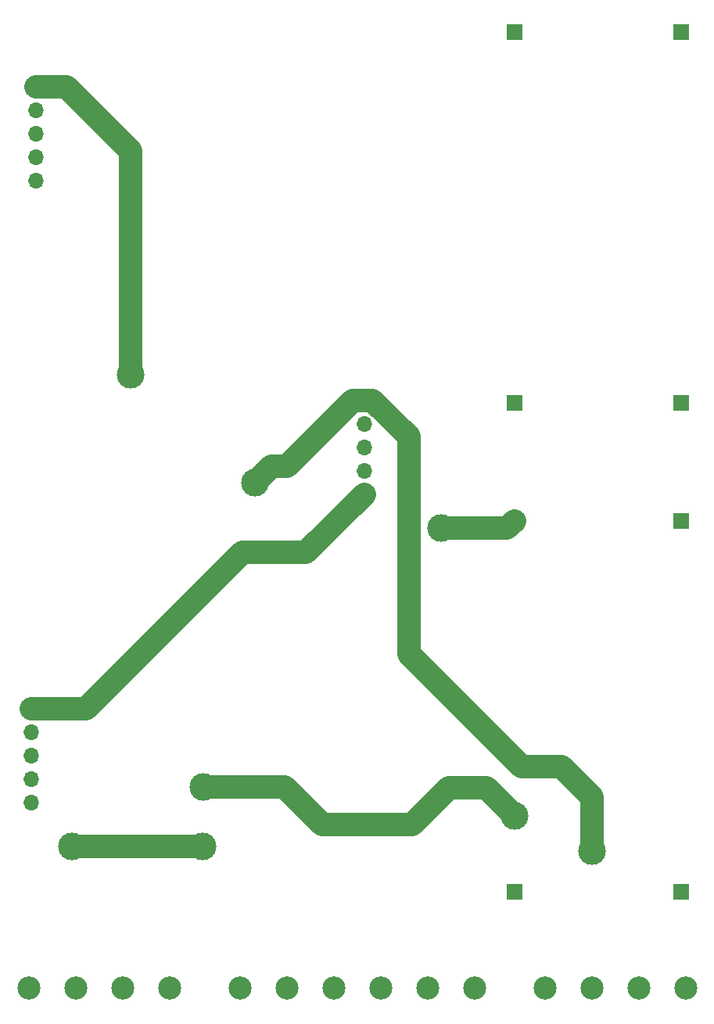
<source format=gbr>
%TF.GenerationSoftware,KiCad,Pcbnew,(5.1.10)-1*%
%TF.CreationDate,2021-05-20T21:40:56+02:00*%
%TF.ProjectId,potencia,706f7465-6e63-4696-912e-6b696361645f,rev?*%
%TF.SameCoordinates,Original*%
%TF.FileFunction,Copper,L1,Top*%
%TF.FilePolarity,Positive*%
%FSLAX46Y46*%
G04 Gerber Fmt 4.6, Leading zero omitted, Abs format (unit mm)*
G04 Created by KiCad (PCBNEW (5.1.10)-1) date 2021-05-20 21:40:56*
%MOMM*%
%LPD*%
G01*
G04 APERTURE LIST*
%TA.AperFunction,ComponentPad*%
%ADD10C,2.500000*%
%TD*%
%TA.AperFunction,ComponentPad*%
%ADD11R,1.700000X1.700000*%
%TD*%
%TA.AperFunction,ComponentPad*%
%ADD12O,1.700000X1.700000*%
%TD*%
%TA.AperFunction,ViaPad*%
%ADD13C,3.000000*%
%TD*%
%TA.AperFunction,Conductor*%
%ADD14C,2.500000*%
%TD*%
%TA.AperFunction,Conductor*%
%ADD15C,0.250000*%
%TD*%
G04 APERTURE END LIST*
D10*
%TO.P,5V    5V    5V   GND    12V    12V,6*%
%TO.N,12.2*%
X166370000Y-154305000D03*
%TO.P,5V    5V    5V   GND    12V    12V,1*%
%TO.N,5.1*%
X140970000Y-154305000D03*
%TO.P,5V    5V    5V   GND    12V    12V,2*%
%TO.N,5.2*%
X146050000Y-154305000D03*
%TO.P,5V    5V    5V   GND    12V    12V,4*%
%TO.N,GND*%
X156210000Y-154305000D03*
%TO.P,5V    5V    5V   GND    12V    12V,3*%
%TO.N,5.3*%
X151130000Y-154305000D03*
%TO.P,5V    5V    5V   GND    12V    12V,5*%
%TO.N,12.1*%
X161290000Y-154305000D03*
%TD*%
%TO.P,GND   5V   12V   GND,4*%
%TO.N,GND*%
X189230000Y-154305000D03*
%TO.P,GND   5V   12V   GND,2*%
%TO.N,5.2*%
X179070000Y-154305000D03*
%TO.P,GND   5V   12V   GND,3*%
%TO.N,12.2*%
X184150000Y-154305000D03*
%TO.P,GND   5V   12V   GND,1*%
%TO.N,GND*%
X173990000Y-154305000D03*
%TD*%
%TO.P,GND  GND   BAT  SETA,4*%
%TO.N,+15V*%
X133350000Y-154305000D03*
%TO.P,GND  GND   BAT  SETA,2*%
%TO.N,GND*%
X123190000Y-154305000D03*
%TO.P,GND  GND   BAT  SETA,3*%
%TO.N,+BATT*%
X128270000Y-154305000D03*
%TO.P,GND  GND   BAT  SETA,1*%
%TO.N,GND*%
X118110000Y-154305000D03*
%TD*%
D11*
%TO.P,NI12.1,1*%
%TO.N,GND*%
X188722000Y-90932000D03*
%TD*%
%TO.P,NI12.2,1*%
%TO.N,GND*%
X188722000Y-143891000D03*
%TD*%
%TO.P,NO12.1,1*%
%TO.N,GND*%
X188722000Y-50800000D03*
%TD*%
%TO.P,NO12.2,1*%
%TO.N,GND*%
X188722000Y-103759000D03*
%TD*%
%TO.P,PI12.1,1*%
%TO.N,+15V*%
X170688000Y-90932000D03*
%TD*%
%TO.P,PI12.2,1*%
%TO.N,+15V*%
X170688000Y-143891000D03*
%TD*%
%TO.P,PO12.2,1*%
%TO.N,12.1*%
X170688000Y-103759000D03*
%TD*%
%TO.P,PO12.1,1*%
%TO.N,12.2*%
X170688000Y-50800000D03*
%TD*%
%TO.P,Regulador5.3,1*%
%TO.N,+BATT*%
X118872000Y-56769000D03*
D12*
%TO.P,Regulador5.3,2*%
%TO.N,Net-(Regulador5.3-Pad2)*%
X118872000Y-59309000D03*
%TO.P,Regulador5.3,3*%
%TO.N,GND*%
X118872000Y-61849000D03*
%TO.P,Regulador5.3,4*%
%TO.N,Net-(Regulador5.3-Pad4)*%
X118872000Y-64389000D03*
%TO.P,Regulador5.3,5*%
%TO.N,5.3*%
X118872000Y-66929000D03*
%TD*%
%TO.P,Regulador5.1,5*%
%TO.N,5.1*%
X118364000Y-134239000D03*
%TO.P,Regulador5.1,4*%
%TO.N,Net-(Regulador5.1-Pad4)*%
X118364000Y-131699000D03*
%TO.P,Regulador5.1,3*%
%TO.N,GND*%
X118364000Y-129159000D03*
%TO.P,Regulador5.1,2*%
%TO.N,Net-(Regulador5.1-Pad2)*%
X118364000Y-126619000D03*
D11*
%TO.P,Regulador5.1,1*%
%TO.N,+BATT*%
X118364000Y-124079000D03*
%TD*%
%TO.P,Regulador5.2,1*%
%TO.N,+BATT*%
X154432000Y-100838000D03*
D12*
%TO.P,Regulador5.2,2*%
%TO.N,Net-(Regulador5.2-Pad2)*%
X154432000Y-98298000D03*
%TO.P,Regulador5.2,3*%
%TO.N,GND*%
X154432000Y-95758000D03*
%TO.P,Regulador5.2,4*%
%TO.N,Net-(Regulador5.2-Pad4)*%
X154432000Y-93218000D03*
%TO.P,Regulador5.2,5*%
%TO.N,5.2*%
X154432000Y-90678000D03*
%TD*%
D13*
%TO.N,+15V*%
X136994900Y-132537200D03*
X170688000Y-135648700D03*
%TO.N,+BATT*%
X129146300Y-87896700D03*
%TO.N,5.1*%
X122809000Y-138938000D03*
X136906000Y-138938000D03*
%TO.N,5.2*%
X179070000Y-139446000D03*
X142659100Y-99593400D03*
%TO.N,12.1*%
X162737800Y-104559100D03*
%TD*%
D14*
%TO.N,+15V*%
X170688000Y-135648700D02*
X167665400Y-132626100D01*
X167665400Y-132626100D02*
X163576000Y-132626100D01*
X163576000Y-132626100D02*
X159613600Y-136588500D01*
X159613600Y-136588500D02*
X149885400Y-136588500D01*
X145834100Y-132537200D02*
X136994900Y-132537200D01*
X149885400Y-136588500D02*
X145834100Y-132537200D01*
%TO.N,+BATT*%
X122222000Y-56769000D02*
X118872000Y-56769000D01*
X129146300Y-63693300D02*
X122222000Y-56769000D01*
X129146300Y-87896700D02*
X129146300Y-63693300D01*
X154432000Y-100838000D02*
X148120100Y-107149900D01*
X148120100Y-107149900D02*
X141224000Y-107149900D01*
X124294900Y-124079000D02*
X118364000Y-124079000D01*
X141224000Y-107149900D02*
X124294900Y-124079000D01*
D15*
%TO.N,5.1*%
X122809000Y-138938000D02*
X122809000Y-138938000D01*
D14*
X136906000Y-138938000D02*
X122809000Y-138938000D01*
%TO.N,5.2*%
X155296002Y-90678000D02*
X154432000Y-90678000D01*
X159264140Y-94646138D02*
X155296002Y-90678000D01*
X159264140Y-94646138D02*
X159264140Y-118154240D01*
X159264140Y-118154240D02*
X171456560Y-130346660D01*
X153229919Y-90678000D02*
X154432000Y-90678000D01*
X146050000Y-97857919D02*
X153229919Y-90678000D01*
X144394581Y-97857919D02*
X146050000Y-97857919D01*
X142659100Y-99593400D02*
X144394581Y-97857919D01*
X179070000Y-139446000D02*
X179070000Y-133642100D01*
X175774560Y-130346660D02*
X171456560Y-130346660D01*
X179070000Y-133642100D02*
X175774560Y-130346660D01*
%TO.N,12.1*%
X169887900Y-104559100D02*
X170688000Y-103759000D01*
X162737800Y-104559100D02*
X169887900Y-104559100D01*
%TD*%
M02*

</source>
